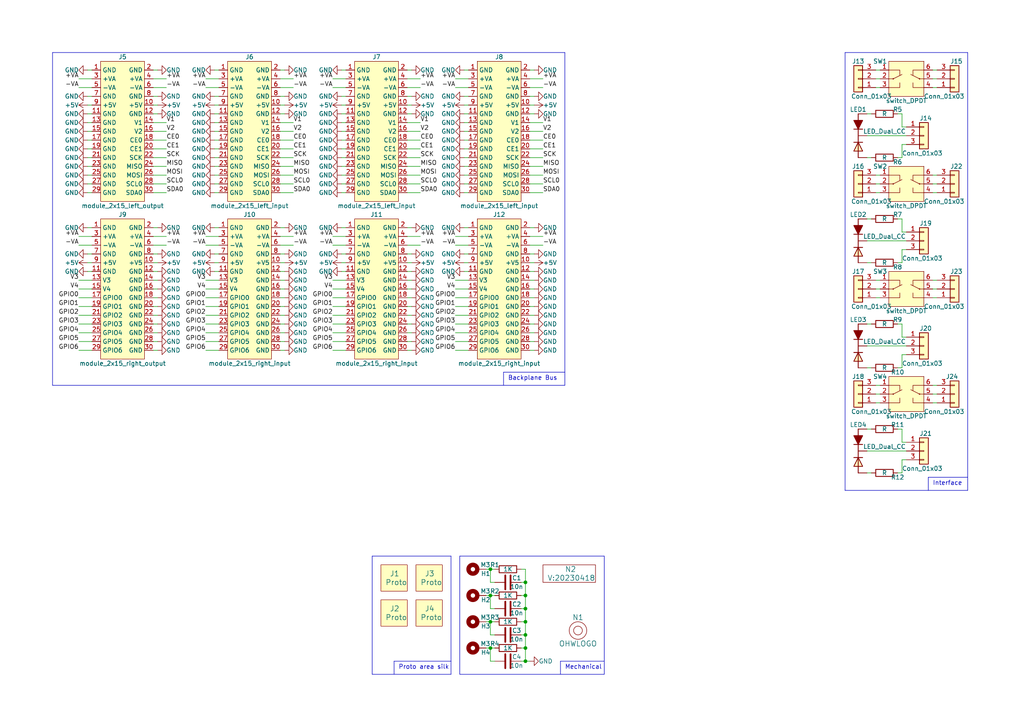
<source format=kicad_sch>
(kicad_sch (version 20230121) (generator eeschema)
  (paper "A4")
  (junction (at 152.4 172.72))
  (junction (at 142.24 165.1))
  (junction (at 152.4 187.96))
  (junction (at 142.24 187.96))
  (junction (at 142.24 180.34))
  (junction (at 152.4 180.34))
  (junction (at 152.4 168.91))
  (junction (at 152.4 191.77))
  (junction (at 152.4 184.15))
  (junction (at 152.4 176.53))
  (junction (at 142.24 172.72))
  (wire (pts (xy 153.67 25.4) (xy 157.48 25.4)))
  (wire (pts (xy 44.45 35.56) (xy 48.26 35.56)))
  (wire (pts (xy 45.72 93.98) (xy 44.45 93.98)))
  (wire (pts (xy 134.62 27.94) (xy 135.89 27.94)))
  (wire (pts (xy 81.28 25.4) (xy 85.09 25.4)))
  (wire (pts (xy 152.4 191.77) (xy 153.67 191.77)))
  (wire (pts (xy 59.69 83.82) (xy 63.5 83.82)))
  (wire (pts (xy 152.4 172.72) (xy 152.4 176.53)))
  (wire (pts (xy 118.11 35.56) (xy 121.92 35.56)))
  (wire (pts (xy 261.62 67.31) (xy 261.62 63.5)))
  (wire (pts (xy 25.4 66.04) (xy 26.67 66.04)))
  (wire (pts (xy 96.52 71.12) (xy 100.33 71.12)))
  (polyline (pts (xy 163.83 107.95) (xy 146.05 107.95)))
  (wire (pts (xy 261.62 137.16) (xy 261.62 133.35)))
  (wire (pts (xy 254 86.36) (xy 255.27 86.36)))
  (wire (pts (xy 44.45 33.02) (xy 45.72 33.02)))
  (wire (pts (xy 251.46 93.98) (xy 252.73 93.98)))
  (wire (pts (xy 62.23 45.72) (xy 63.5 45.72)))
  (wire (pts (xy 118.11 53.34) (xy 121.92 53.34)))
  (wire (pts (xy 59.69 101.6) (xy 63.5 101.6)))
  (wire (pts (xy 134.62 45.72) (xy 135.89 45.72)))
  (wire (pts (xy 96.52 81.28) (xy 100.33 81.28)))
  (wire (pts (xy 62.23 38.1) (xy 63.5 38.1)))
  (wire (pts (xy 25.4 78.74) (xy 26.67 78.74)))
  (wire (pts (xy 22.86 101.6) (xy 26.67 101.6)))
  (polyline (pts (xy 269.24 138.43) (xy 269.24 142.24)))
  (wire (pts (xy 134.62 38.1) (xy 135.89 38.1)))
  (wire (pts (xy 254 22.86) (xy 255.27 22.86)))
  (polyline (pts (xy 162.56 195.58) (xy 162.56 191.77)))
  (wire (pts (xy 81.28 38.1) (xy 85.09 38.1)))
  (wire (pts (xy 62.23 48.26) (xy 63.5 48.26)))
  (wire (pts (xy 25.4 27.94) (xy 26.67 27.94)))
  (wire (pts (xy 118.11 38.1) (xy 121.92 38.1)))
  (wire (pts (xy 25.4 50.8) (xy 26.67 50.8)))
  (polyline (pts (xy 114.3 191.77) (xy 114.3 195.58)))
  (wire (pts (xy 134.62 35.56) (xy 135.89 35.56)))
  (wire (pts (xy 260.35 45.72) (xy 261.62 45.72)))
  (wire (pts (xy 142.24 180.34) (xy 143.51 180.34)))
  (wire (pts (xy 270.51 53.34) (xy 271.78 53.34)))
  (wire (pts (xy 25.4 38.1) (xy 26.67 38.1)))
  (wire (pts (xy 151.13 184.15) (xy 152.4 184.15)))
  (wire (pts (xy 134.62 48.26) (xy 135.89 48.26)))
  (wire (pts (xy 153.67 76.2) (xy 154.94 76.2)))
  (wire (pts (xy 96.52 86.36) (xy 100.33 86.36)))
  (wire (pts (xy 99.06 40.64) (xy 100.33 40.64)))
  (wire (pts (xy 44.45 78.74) (xy 45.72 78.74)))
  (polyline (pts (xy 245.11 142.24) (xy 280.67 142.24)))
  (wire (pts (xy 118.11 27.94) (xy 119.38 27.94)))
  (wire (pts (xy 44.45 27.94) (xy 45.72 27.94)))
  (wire (pts (xy 44.45 53.34) (xy 48.26 53.34)))
  (wire (pts (xy 119.38 101.6) (xy 118.11 101.6)))
  (wire (pts (xy 44.45 55.88) (xy 48.26 55.88)))
  (wire (pts (xy 132.08 101.6) (xy 135.89 101.6)))
  (wire (pts (xy 270.51 22.86) (xy 271.78 22.86)))
  (wire (pts (xy 143.51 168.91) (xy 142.24 168.91)))
  (wire (pts (xy 132.08 68.58) (xy 135.89 68.58)))
  (wire (pts (xy 22.86 22.86) (xy 26.67 22.86)))
  (wire (pts (xy 261.62 128.27) (xy 261.62 124.46)))
  (wire (pts (xy 119.38 88.9) (xy 118.11 88.9)))
  (wire (pts (xy 261.62 76.2) (xy 261.62 72.39)))
  (wire (pts (xy 62.23 35.56) (xy 63.5 35.56)))
  (wire (pts (xy 254 81.28) (xy 255.27 81.28)))
  (wire (pts (xy 81.28 22.86) (xy 85.09 22.86)))
  (wire (pts (xy 62.23 33.02) (xy 63.5 33.02)))
  (wire (pts (xy 25.4 30.48) (xy 26.67 30.48)))
  (wire (pts (xy 118.11 55.88) (xy 121.92 55.88)))
  (wire (pts (xy 44.45 30.48) (xy 45.72 30.48)))
  (wire (pts (xy 134.62 50.8) (xy 135.89 50.8)))
  (wire (pts (xy 251.46 63.5) (xy 252.73 63.5)))
  (wire (pts (xy 81.28 83.82) (xy 82.55 83.82)))
  (wire (pts (xy 118.11 43.18) (xy 121.92 43.18)))
  (wire (pts (xy 134.62 43.18) (xy 135.89 43.18)))
  (wire (pts (xy 134.62 33.02) (xy 135.89 33.02)))
  (wire (pts (xy 59.69 81.28) (xy 63.5 81.28)))
  (wire (pts (xy 62.23 73.66) (xy 63.5 73.66)))
  (wire (pts (xy 45.72 88.9) (xy 44.45 88.9)))
  (polyline (pts (xy 175.26 195.58) (xy 175.26 161.29)))
  (wire (pts (xy 260.35 76.2) (xy 261.62 76.2)))
  (wire (pts (xy 45.72 99.06) (xy 44.45 99.06)))
  (wire (pts (xy 153.67 53.34) (xy 157.48 53.34)))
  (wire (pts (xy 81.28 43.18) (xy 85.09 43.18)))
  (wire (pts (xy 62.23 78.74) (xy 63.5 78.74)))
  (wire (pts (xy 261.62 72.39) (xy 262.89 72.39)))
  (wire (pts (xy 152.4 176.53) (xy 152.4 180.34)))
  (wire (pts (xy 132.08 22.86) (xy 135.89 22.86)))
  (wire (pts (xy 118.11 40.64) (xy 121.92 40.64)))
  (wire (pts (xy 59.69 88.9) (xy 63.5 88.9)))
  (wire (pts (xy 142.24 191.77) (xy 142.24 187.96)))
  (wire (pts (xy 99.06 66.04) (xy 100.33 66.04)))
  (wire (pts (xy 132.08 81.28) (xy 135.89 81.28)))
  (wire (pts (xy 119.38 96.52) (xy 118.11 96.52)))
  (wire (pts (xy 270.51 111.76) (xy 271.78 111.76)))
  (wire (pts (xy 261.62 124.46) (xy 260.35 124.46)))
  (wire (pts (xy 270.51 81.28) (xy 271.78 81.28)))
  (wire (pts (xy 99.06 38.1) (xy 100.33 38.1)))
  (wire (pts (xy 142.24 165.1) (xy 143.51 165.1)))
  (wire (pts (xy 143.51 176.53) (xy 142.24 176.53)))
  (wire (pts (xy 134.62 30.48) (xy 135.89 30.48)))
  (wire (pts (xy 261.62 45.72) (xy 261.62 41.91)))
  (wire (pts (xy 45.72 96.52) (xy 44.45 96.52)))
  (wire (pts (xy 22.86 25.4) (xy 26.67 25.4)))
  (wire (pts (xy 99.06 45.72) (xy 100.33 45.72)))
  (wire (pts (xy 25.4 53.34) (xy 26.67 53.34)))
  (wire (pts (xy 132.08 91.44) (xy 135.89 91.44)))
  (wire (pts (xy 81.28 30.48) (xy 82.55 30.48)))
  (polyline (pts (xy 280.67 138.43) (xy 269.24 138.43)))
  (wire (pts (xy 22.86 71.12) (xy 26.67 71.12)))
  (wire (pts (xy 59.69 93.98) (xy 63.5 93.98)))
  (wire (pts (xy 154.94 88.9) (xy 153.67 88.9)))
  (wire (pts (xy 81.28 48.26) (xy 85.09 48.26)))
  (wire (pts (xy 261.62 133.35) (xy 262.89 133.35)))
  (wire (pts (xy 270.51 55.88) (xy 271.78 55.88)))
  (wire (pts (xy 132.08 71.12) (xy 135.89 71.12)))
  (wire (pts (xy 251.46 130.81) (xy 262.89 130.81)))
  (wire (pts (xy 134.62 53.34) (xy 135.89 53.34)))
  (wire (pts (xy 154.94 91.44) (xy 153.67 91.44)))
  (wire (pts (xy 81.28 81.28) (xy 82.55 81.28)))
  (wire (pts (xy 142.24 184.15) (xy 143.51 184.15)))
  (wire (pts (xy 153.67 43.18) (xy 157.48 43.18)))
  (wire (pts (xy 81.28 53.34) (xy 85.09 53.34)))
  (wire (pts (xy 59.69 25.4) (xy 63.5 25.4)))
  (wire (pts (xy 81.28 20.32) (xy 82.55 20.32)))
  (wire (pts (xy 44.45 25.4) (xy 48.26 25.4)))
  (polyline (pts (xy 280.67 15.24) (xy 245.11 15.24)))
  (wire (pts (xy 99.06 76.2) (xy 100.33 76.2)))
  (wire (pts (xy 270.51 50.8) (xy 271.78 50.8)))
  (wire (pts (xy 25.4 35.56) (xy 26.67 35.56)))
  (wire (pts (xy 25.4 20.32) (xy 26.67 20.32)))
  (wire (pts (xy 254 53.34) (xy 255.27 53.34)))
  (wire (pts (xy 262.89 128.27) (xy 261.62 128.27)))
  (wire (pts (xy 134.62 78.74) (xy 135.89 78.74)))
  (wire (pts (xy 96.52 101.6) (xy 100.33 101.6)))
  (wire (pts (xy 82.55 96.52) (xy 81.28 96.52)))
  (wire (pts (xy 251.46 100.33) (xy 262.89 100.33)))
  (wire (pts (xy 44.45 40.64) (xy 48.26 40.64)))
  (wire (pts (xy 254 50.8) (xy 255.27 50.8)))
  (wire (pts (xy 153.67 55.88) (xy 157.48 55.88)))
  (wire (pts (xy 118.11 50.8) (xy 121.92 50.8)))
  (wire (pts (xy 99.06 20.32) (xy 100.33 20.32)))
  (wire (pts (xy 261.62 106.68) (xy 261.62 102.87)))
  (wire (pts (xy 59.69 99.06) (xy 63.5 99.06)))
  (wire (pts (xy 44.45 22.86) (xy 48.26 22.86)))
  (wire (pts (xy 153.67 22.86) (xy 157.48 22.86)))
  (wire (pts (xy 81.28 68.58) (xy 85.09 68.58)))
  (wire (pts (xy 142.24 172.72) (xy 142.24 176.53)))
  (wire (pts (xy 81.28 27.94) (xy 82.55 27.94)))
  (wire (pts (xy 22.86 93.98) (xy 26.67 93.98)))
  (polyline (pts (xy 130.81 195.58) (xy 107.95 195.58)))
  (wire (pts (xy 153.67 68.58) (xy 157.48 68.58)))
  (wire (pts (xy 99.06 78.74) (xy 100.33 78.74)))
  (wire (pts (xy 59.69 71.12) (xy 63.5 71.12)))
  (wire (pts (xy 151.13 187.96) (xy 152.4 187.96)))
  (wire (pts (xy 44.45 68.58) (xy 48.26 68.58)))
  (wire (pts (xy 62.23 30.48) (xy 63.5 30.48)))
  (wire (pts (xy 152.4 187.96) (xy 152.4 191.77)))
  (wire (pts (xy 25.4 55.88) (xy 26.67 55.88)))
  (wire (pts (xy 82.55 91.44) (xy 81.28 91.44)))
  (wire (pts (xy 270.51 114.3) (xy 271.78 114.3)))
  (wire (pts (xy 134.62 55.88) (xy 135.89 55.88)))
  (wire (pts (xy 134.62 40.64) (xy 135.89 40.64)))
  (wire (pts (xy 44.45 20.32) (xy 45.72 20.32)))
  (wire (pts (xy 262.89 97.79) (xy 261.62 97.79)))
  (wire (pts (xy 261.62 93.98) (xy 260.35 93.98)))
  (wire (pts (xy 251.46 33.02) (xy 252.73 33.02)))
  (wire (pts (xy 132.08 96.52) (xy 135.89 96.52)))
  (wire (pts (xy 254 25.4) (xy 255.27 25.4)))
  (wire (pts (xy 152.4 168.91) (xy 152.4 165.1)))
  (wire (pts (xy 142.24 172.72) (xy 143.51 172.72)))
  (wire (pts (xy 44.45 71.12) (xy 48.26 71.12)))
  (wire (pts (xy 153.67 27.94) (xy 154.94 27.94)))
  (wire (pts (xy 118.11 45.72) (xy 121.92 45.72)))
  (wire (pts (xy 119.38 86.36) (xy 118.11 86.36)))
  (wire (pts (xy 44.45 66.04) (xy 45.72 66.04)))
  (wire (pts (xy 45.72 91.44) (xy 44.45 91.44)))
  (wire (pts (xy 261.62 33.02) (xy 260.35 33.02)))
  (wire (pts (xy 44.45 73.66) (xy 45.72 73.66)))
  (wire (pts (xy 81.28 73.66) (xy 82.55 73.66)))
  (wire (pts (xy 99.06 53.34) (xy 100.33 53.34)))
  (wire (pts (xy 96.52 99.06) (xy 100.33 99.06)))
  (wire (pts (xy 262.89 36.83) (xy 261.62 36.83)))
  (wire (pts (xy 142.24 187.96) (xy 143.51 187.96)))
  (wire (pts (xy 154.94 86.36) (xy 153.67 86.36)))
  (wire (pts (xy 44.45 76.2) (xy 45.72 76.2)))
  (wire (pts (xy 261.62 102.87) (xy 262.89 102.87)))
  (wire (pts (xy 96.52 96.52) (xy 100.33 96.52)))
  (polyline (pts (xy 162.56 191.77) (xy 175.26 191.77)))
  (wire (pts (xy 153.67 81.28) (xy 154.94 81.28)))
  (wire (pts (xy 153.67 33.02) (xy 154.94 33.02)))
  (wire (pts (xy 22.86 86.36) (xy 26.67 86.36)))
  (wire (pts (xy 81.28 55.88) (xy 85.09 55.88)))
  (wire (pts (xy 251.46 76.2) (xy 252.73 76.2)))
  (wire (pts (xy 22.86 99.06) (xy 26.67 99.06)))
  (wire (pts (xy 82.55 99.06) (xy 81.28 99.06)))
  (wire (pts (xy 154.94 96.52) (xy 153.67 96.52)))
  (wire (pts (xy 270.51 83.82) (xy 271.78 83.82)))
  (wire (pts (xy 118.11 30.48) (xy 119.38 30.48)))
  (wire (pts (xy 270.51 20.32) (xy 271.78 20.32)))
  (wire (pts (xy 251.46 39.37) (xy 262.89 39.37)))
  (wire (pts (xy 261.62 63.5) (xy 260.35 63.5)))
  (wire (pts (xy 118.11 33.02) (xy 119.38 33.02)))
  (wire (pts (xy 62.23 76.2) (xy 63.5 76.2)))
  (wire (pts (xy 270.51 25.4) (xy 271.78 25.4)))
  (wire (pts (xy 151.13 172.72) (xy 152.4 172.72)))
  (wire (pts (xy 118.11 25.4) (xy 121.92 25.4)))
  (wire (pts (xy 82.55 88.9) (xy 81.28 88.9)))
  (wire (pts (xy 99.06 73.66) (xy 100.33 73.66)))
  (wire (pts (xy 99.06 27.94) (xy 100.33 27.94)))
  (wire (pts (xy 153.67 30.48) (xy 154.94 30.48)))
  (wire (pts (xy 132.08 83.82) (xy 135.89 83.82)))
  (wire (pts (xy 134.62 76.2) (xy 135.89 76.2)))
  (wire (pts (xy 142.24 168.91) (xy 142.24 165.1)))
  (wire (pts (xy 152.4 184.15) (xy 152.4 187.96)))
  (wire (pts (xy 118.11 81.28) (xy 119.38 81.28)))
  (wire (pts (xy 260.35 137.16) (xy 261.62 137.16)))
  (wire (pts (xy 251.46 45.72) (xy 252.73 45.72)))
  (polyline (pts (xy 15.24 15.24) (xy 15.24 111.76)))
  (wire (pts (xy 99.06 48.26) (xy 100.33 48.26)))
  (wire (pts (xy 96.52 22.86) (xy 100.33 22.86)))
  (wire (pts (xy 254 114.3) (xy 255.27 114.3)))
  (wire (pts (xy 81.28 35.56) (xy 85.09 35.56)))
  (polyline (pts (xy 133.35 161.29) (xy 133.35 195.58)))
  (wire (pts (xy 154.94 99.06) (xy 153.67 99.06)))
  (wire (pts (xy 62.23 40.64) (xy 63.5 40.64)))
  (wire (pts (xy 118.11 78.74) (xy 119.38 78.74)))
  (wire (pts (xy 81.28 33.02) (xy 82.55 33.02)))
  (wire (pts (xy 251.46 137.16) (xy 252.73 137.16)))
  (wire (pts (xy 99.06 43.18) (xy 100.33 43.18)))
  (wire (pts (xy 142.24 180.34) (xy 142.24 184.15)))
  (wire (pts (xy 81.28 78.74) (xy 82.55 78.74)))
  (wire (pts (xy 140.97 187.96) (xy 142.24 187.96)))
  (wire (pts (xy 118.11 83.82) (xy 119.38 83.82)))
  (wire (pts (xy 132.08 88.9) (xy 135.89 88.9)))
  (wire (pts (xy 251.46 124.46) (xy 252.73 124.46)))
  (wire (pts (xy 152.4 191.77) (xy 151.13 191.77)))
  (wire (pts (xy 262.89 67.31) (xy 261.62 67.31)))
  (wire (pts (xy 22.86 91.44) (xy 26.67 91.44)))
  (wire (pts (xy 59.69 68.58) (xy 63.5 68.58)))
  (wire (pts (xy 118.11 20.32) (xy 119.38 20.32)))
  (wire (pts (xy 99.06 55.88) (xy 100.33 55.88)))
  (wire (pts (xy 132.08 93.98) (xy 135.89 93.98)))
  (wire (pts (xy 118.11 66.04) (xy 119.38 66.04)))
  (wire (pts (xy 99.06 35.56) (xy 100.33 35.56)))
  (wire (pts (xy 151.13 176.53) (xy 152.4 176.53)))
  (wire (pts (xy 118.11 76.2) (xy 119.38 76.2)))
  (wire (pts (xy 25.4 76.2) (xy 26.67 76.2)))
  (wire (pts (xy 25.4 33.02) (xy 26.67 33.02)))
  (wire (pts (xy 82.55 86.36) (xy 81.28 86.36)))
  (polyline (pts (xy 163.83 15.24) (xy 163.83 111.76)))
  (wire (pts (xy 62.23 20.32) (xy 63.5 20.32)))
  (wire (pts (xy 44.45 38.1) (xy 48.26 38.1)))
  (wire (pts (xy 62.23 50.8) (xy 63.5 50.8)))
  (wire (pts (xy 22.86 81.28) (xy 26.67 81.28)))
  (wire (pts (xy 119.38 99.06) (xy 118.11 99.06)))
  (wire (pts (xy 25.4 73.66) (xy 26.67 73.66)))
  (wire (pts (xy 143.51 191.77) (xy 142.24 191.77)))
  (wire (pts (xy 132.08 86.36) (xy 135.89 86.36)))
  (wire (pts (xy 270.51 86.36) (xy 271.78 86.36)))
  (wire (pts (xy 44.45 83.82) (xy 45.72 83.82)))
  (wire (pts (xy 251.46 69.85) (xy 262.89 69.85)))
  (wire (pts (xy 134.62 66.04) (xy 135.89 66.04)))
  (polyline (pts (xy 15.24 15.24) (xy 163.83 15.24)))
  (wire (pts (xy 140.97 165.1) (xy 142.24 165.1)))
  (polyline (pts (xy 130.81 191.77) (xy 114.3 191.77)))
  (wire (pts (xy 62.23 27.94) (xy 63.5 27.94)))
  (wire (pts (xy 45.72 101.6) (xy 44.45 101.6)))
  (wire (pts (xy 153.67 20.32) (xy 154.94 20.32)))
  (wire (pts (xy 22.86 88.9) (xy 26.67 88.9)))
  (wire (pts (xy 96.52 93.98) (xy 100.33 93.98)))
  (wire (pts (xy 22.86 68.58) (xy 26.67 68.58)))
  (wire (pts (xy 99.06 30.48) (xy 100.33 30.48)))
  (wire (pts (xy 81.28 71.12) (xy 85.09 71.12)))
  (polyline (pts (xy 245.11 15.24) (xy 245.11 142.24)))
  (polyline (pts (xy 107.95 195.58) (xy 107.95 161.29)))
  (polyline (pts (xy 175.26 161.29) (xy 133.35 161.29)))
  (wire (pts (xy 134.62 20.32) (xy 135.89 20.32)))
  (wire (pts (xy 154.94 93.98) (xy 153.67 93.98)))
  (wire (pts (xy 152.4 168.91) (xy 152.4 172.72)))
  (wire (pts (xy 59.69 22.86) (xy 63.5 22.86)))
  (wire (pts (xy 153.67 78.74) (xy 154.94 78.74)))
  (wire (pts (xy 140.97 172.72) (xy 142.24 172.72)))
  (polyline (pts (xy 107.95 161.29) (xy 130.81 161.29)))
  (wire (pts (xy 96.52 83.82) (xy 100.33 83.82)))
  (wire (pts (xy 254 20.32) (xy 255.27 20.32)))
  (wire (pts (xy 261.62 41.91) (xy 262.89 41.91)))
  (wire (pts (xy 254 83.82) (xy 255.27 83.82)))
  (wire (pts (xy 254 55.88) (xy 255.27 55.88)))
  (wire (pts (xy 44.45 48.26) (xy 48.26 48.26)))
  (wire (pts (xy 270.51 116.84) (xy 271.78 116.84)))
  (wire (pts (xy 25.4 45.72) (xy 26.67 45.72)))
  (wire (pts (xy 96.52 68.58) (xy 100.33 68.58)))
  (wire (pts (xy 260.35 106.68) (xy 261.62 106.68)))
  (wire (pts (xy 81.28 40.64) (xy 85.09 40.64)))
  (wire (pts (xy 25.4 48.26) (xy 26.67 48.26)))
  (wire (pts (xy 118.11 71.12) (xy 121.92 71.12)))
  (wire (pts (xy 25.4 43.18) (xy 26.67 43.18)))
  (wire (pts (xy 22.86 96.52) (xy 26.67 96.52)))
  (wire (pts (xy 134.62 73.66) (xy 135.89 73.66)))
  (wire (pts (xy 96.52 25.4) (xy 100.33 25.4)))
  (wire (pts (xy 25.4 40.64) (xy 26.67 40.64)))
  (wire (pts (xy 62.23 43.18) (xy 63.5 43.18)))
  (wire (pts (xy 82.55 101.6) (xy 81.28 101.6)))
  (polyline (pts (xy 146.05 107.95) (xy 146.05 111.76)))
  (wire (pts (xy 81.28 50.8) (xy 85.09 50.8)))
  (wire (pts (xy 62.23 66.04) (xy 63.5 66.04)))
  (wire (pts (xy 251.46 106.68) (xy 252.73 106.68)))
  (wire (pts (xy 59.69 96.52) (xy 63.5 96.52)))
  (wire (pts (xy 44.45 43.18) (xy 48.26 43.18)))
  (wire (pts (xy 81.28 76.2) (xy 82.55 76.2)))
  (wire (pts (xy 153.67 50.8) (xy 157.48 50.8)))
  (wire (pts (xy 254 116.84) (xy 255.27 116.84)))
  (wire (pts (xy 153.67 38.1) (xy 157.48 38.1)))
  (wire (pts (xy 44.45 45.72) (xy 48.26 45.72)))
  (wire (pts (xy 153.67 73.66) (xy 154.94 73.66)))
  (wire (pts (xy 118.11 48.26) (xy 121.92 48.26)))
  (wire (pts (xy 153.67 83.82) (xy 154.94 83.82)))
  (polyline (pts (xy 133.35 195.58) (xy 175.26 195.58)))
  (wire (pts (xy 118.11 22.86) (xy 121.92 22.86)))
  (wire (pts (xy 152.4 180.34) (xy 152.4 184.15)))
  (wire (pts (xy 81.28 66.04) (xy 82.55 66.04)))
  (wire (pts (xy 82.55 93.98) (xy 81.28 93.98)))
  (wire (pts (xy 45.72 86.36) (xy 44.45 86.36)))
  (wire (pts (xy 140.97 180.34) (xy 142.24 180.34)))
  (wire (pts (xy 153.67 45.72) (xy 157.48 45.72)))
  (wire (pts (xy 151.13 180.34) (xy 152.4 180.34)))
  (wire (pts (xy 151.13 168.91) (xy 152.4 168.91)))
  (wire (pts (xy 62.23 55.88) (xy 63.5 55.88)))
  (wire (pts (xy 132.08 25.4) (xy 135.89 25.4)))
  (wire (pts (xy 261.62 36.83) (xy 261.62 33.02)))
  (wire (pts (xy 44.45 50.8) (xy 48.26 50.8)))
  (wire (pts (xy 59.69 91.44) (xy 63.5 91.44)))
  (wire (pts (xy 254 111.76) (xy 255.27 111.76)))
  (wire (pts (xy 261.62 97.79) (xy 261.62 93.98)))
  (wire (pts (xy 22.86 83.82) (xy 26.67 83.82)))
  (wire (pts (xy 153.67 66.04) (xy 154.94 66.04)))
  (wire (pts (xy 99.06 33.02) (xy 100.33 33.02)))
  (wire (pts (xy 132.08 99.06) (xy 135.89 99.06)))
  (wire (pts (xy 96.52 88.9) (xy 100.33 88.9)))
  (polyline (pts (xy 163.83 111.76) (xy 15.24 111.76)))
  (polyline (pts (xy 130.81 161.29) (xy 130.81 195.58)))
  (wire (pts (xy 81.28 45.72) (xy 85.09 45.72)))
  (wire (pts (xy 99.06 50.8) (xy 100.33 50.8)))
  (wire (pts (xy 119.38 93.98) (xy 118.11 93.98)))
  (wire (pts (xy 153.67 48.26) (xy 157.48 48.26)))
  (wire (pts (xy 62.23 53.34) (xy 63.5 53.34)))
  (wire (pts (xy 153.67 40.64) (xy 157.48 40.64)))
  (wire (pts (xy 118.11 68.58) (xy 121.92 68.58)))
  (wire (pts (xy 153.67 35.56) (xy 157.48 35.56)))
  (polyline (pts (xy 280.67 142.24) (xy 280.67 15.24)))
  (wire (pts (xy 154.94 101.6) (xy 153.67 101.6)))
  (wire (pts (xy 59.69 86.36) (xy 63.5 86.36)))
  (wire (pts (xy 151.13 165.1) (xy 152.4 165.1)))
  (wire (pts (xy 44.45 81.28) (xy 45.72 81.28)))
  (wire (pts (xy 119.38 91.44) (xy 118.11 91.44)))
  (wire (pts (xy 118.11 73.66) (xy 119.38 73.66)))
  (wire (pts (xy 153.67 71.12) (xy 157.48 71.12)))
  (wire (pts (xy 96.52 91.44) (xy 100.33 91.44)))
  (text "Proto area silk" (at 115.57 194.31 0) (effects (font (size 1.27 1.27)) (justify left bottom)))
  (text "Interface" (at 270.51 140.97 0) (effects (font (size 1.27 1.27)) (justify left bottom)))
  (text "Mechanical" (at 163.83 194.31 0) (effects (font (size 1.27 1.27)) (justify left bottom)))
  (text "Backplane Bus" (at 147.32 110.49 0) (effects (font (size 1.27 1.27)) (justify left bottom)))
  (label "SCK" (at 85.09 45.72 0))
  (label "GPIO1" (at 132.08 88.9 180))
  (label "+VA" (at 96.52 22.86 180))
  (label "GPIO6" (at 22.86 101.6 180))
  (label "-VA" (at 22.86 71.12 180))
  (label "GPIO0" (at 96.52 86.36 180))
  (label "+VA" (at 59.69 22.86 180))
  (label "+VA" (at 121.92 22.86 0))
  (label "GPIO2" (at 96.52 91.44 180))
  (label "SDA0" (at 85.09 55.88 0))
  (label "+VA" (at 121.92 68.58 0))
  (label "MISO" (at 121.92 48.26 0))
  (label "MOSI" (at 157.48 50.8 0))
  (label "GPIO5" (at 132.08 99.06 180))
  (label "V4" (at 59.69 83.82 180))
  (label "CE0" (at 85.09 40.64 0))
  (label "V3" (at 132.08 81.28 180))
  (label "SDA0" (at 121.92 55.88 0))
  (label "+VA" (at 59.69 68.58 180))
  (label "V1" (at 85.09 35.56 0))
  (label "V3" (at 96.52 81.28 180))
  (label "GPIO5" (at 22.86 99.06 180))
  (label "-VA" (at 22.86 25.4 180))
  (label "-VA" (at 85.09 25.4 0))
  (label "SCK" (at 48.26 45.72 0))
  (label "V2" (at 121.92 38.1 0))
  (label "V1" (at 121.92 35.56 0))
  (label "-VA" (at 157.48 71.12 0))
  (label "GPIO1" (at 96.52 88.9 180))
  (label "V2" (at 85.09 38.1 0))
  (label "MOSI" (at 121.92 50.8 0))
  (label "GPIO2" (at 132.08 91.44 180))
  (label "V2" (at 157.48 38.1 0))
  (label "SCL0" (at 85.09 53.34 0))
  (label "-VA" (at 85.09 71.12 0))
  (label "GPIO0" (at 22.86 86.36 180))
  (label "GPIO6" (at 132.08 101.6 180))
  (label "SDA0" (at 157.48 55.88 0))
  (label "-VA" (at 132.08 25.4 180))
  (label "-VA" (at 157.48 25.4 0))
  (label "SDA0" (at 48.26 55.88 0))
  (label "SCL0" (at 157.48 53.34 0))
  (label "GPIO3" (at 96.52 93.98 180))
  (label "GPIO1" (at 22.86 88.9 180))
  (label "V1" (at 157.48 35.56 0))
  (label "+VA" (at 132.08 68.58 180))
  (label "GPIO4" (at 22.86 96.52 180))
  (label "GPIO3" (at 132.08 93.98 180))
  (label "+VA" (at 157.48 68.58 0))
  (label "+VA" (at 48.26 68.58 0))
  (label "-VA" (at 59.69 25.4 180))
  (label "-VA" (at 132.08 71.12 180))
  (label "CE1" (at 85.09 43.18 0))
  (label "SCL0" (at 48.26 53.34 0))
  (label "+VA" (at 22.86 68.58 180))
  (label "SCL0" (at 121.92 53.34 0))
  (label "-VA" (at 48.26 71.12 0))
  (label "CE0" (at 157.48 40.64 0))
  (label "MISO" (at 48.26 48.26 0))
  (label "CE1" (at 48.26 43.18 0))
  (label "GPIO0" (at 59.69 86.36 180))
  (label "GPIO3" (at 22.86 93.98 180))
  (label "V4" (at 22.86 83.82 180))
  (label "+VA" (at 22.86 22.86 180))
  (label "MISO" (at 85.09 48.26 0))
  (label "V4" (at 96.52 83.82 180))
  (label "GPIO5" (at 59.69 99.06 180))
  (label "-VA" (at 121.92 71.12 0))
  (label "+VA" (at 48.26 22.86 0))
  (label "+VA" (at 85.09 68.58 0))
  (label "-VA" (at 121.92 25.4 0))
  (label "MOSI" (at 85.09 50.8 0))
  (label "GPIO4" (at 59.69 96.52 180))
  (label "-VA" (at 96.52 25.4 180))
  (label "GPIO2" (at 59.69 91.44 180))
  (label "V2" (at 48.26 38.1 0))
  (label "SCK" (at 121.92 45.72 0))
  (label "GPIO6" (at 59.69 101.6 180))
  (label "+VA" (at 96.52 68.58 180))
  (label "-VA" (at 96.52 71.12 180))
  (label "CE0" (at 121.92 40.64 0))
  (label "CE1" (at 157.48 43.18 0))
  (label "GPIO2" (at 22.86 91.44 180))
  (label "CE1" (at 121.92 43.18 0))
  (label "GPIO4" (at 96.52 96.52 180))
  (label "-VA" (at 48.26 25.4 0))
  (label "GPIO0" (at 132.08 86.36 180))
  (label "GPIO1" (at 59.69 88.9 180))
  (label "V3" (at 22.86 81.28 180))
  (label "GPIO5" (at 96.52 99.06 180))
  (label "CE0" (at 48.26 40.64 0))
  (label "GPIO3" (at 59.69 93.98 180))
  (label "MOSI" (at 48.26 50.8 0))
  (label "GPIO4" (at 132.08 96.52 180))
  (label "V4" (at 132.08 83.82 180))
  (label "V3" (at 59.69 81.28 180))
  (label "SCK" (at 157.48 45.72 0))
  (label "+VA" (at 157.48 22.86 0))
  (label "-VA" (at 59.69 71.12 180))
  (label "MISO" (at 157.48 48.26 0))
  (label "+VA" (at 85.09 22.86 0))
  (label "+VA" (at 132.08 22.86 180))
  (label "V1" (at 48.26 35.56 0))
  (label "GPIO6" (at 96.52 101.6 180))
  (symbol (lib_id "SquantorLabels:OHWLOGO") (at 167.64 182.88 0) (unit 1)
    (property "Reference" "N1" (at 167.64 179.07 0) (effects (font (size 1.524 1.524))))
    (property "Value" "OHWLOGO" (at 167.64 186.69 0) (effects (font (size 1.524 1.524))))
    (property "Footprint" "Symbols:OSHW-Symbol_6.7x6mm_SilkScreen" (effects hide))
  )
  (symbol (lib_id "SquantorLabels:VYYYYMMDD") (at 165.1 167.64 0) (unit 1)
    (property "Reference" "N2" (at 163.83 165.1 0) (effects (font (size 1.524 1.524)) (justify left)))
    (property "Value" "V:20230418" (at 158.75 167.64 0) (effects (font (size 1.524 1.524)) (justify left)))
    (property "Footprint" "SquantorLabels:Label_Generic" (effects hide))
  )
  (symbol (lib_id "Mechanical:MountingHole_Pad") (at 138.43 165.1 90) (unit 1)
    (property "Reference" "H1" (at 142.24 166.37 90) (effects (justify left)))
    (property "Value" "M3" (at 142.24 163.83 90) (effects (justify left)))
    (property "Footprint" "MountingHole:MountingHole_3.2mm_M3_Pad_Via" (effects hide))
  )
  (symbol (lib_id "Mechanical:MountingHole_Pad") (at 138.43 172.72 90) (unit 1)
    (property "Reference" "H2" (at 142.24 173.99 90) (effects (justify left)))
    (property "Value" "M3" (at 142.24 171.45 90) (effects (justify left)))
    (property "Footprint" "MountingHole:MountingHole_3.2mm_M3_Pad_Via" (effects hide))
  )
  (symbol (lib_id "Mechanical:MountingHole_Pad") (at 138.43 180.34 90) (unit 1)
    (property "Reference" "H3" (at 142.24 181.61 90) (effects (justify left)))
    (property "Value" "M3" (at 142.24 179.07 90) (effects (justify left)))
    (property "Footprint" "MountingHole:MountingHole_3.2mm_M3_Pad_Via" (effects hide))
  )
  (symbol (lib_id "Mechanical:MountingHole_Pad") (at 138.43 187.96 90) (unit 1)
    (property "Reference" "H4" (at 142.24 189.23 90) (effects (justify left)))
    (property "Value" "M3" (at 142.24 186.69 90) (effects (justify left)))
    (property "Footprint" "MountingHole:MountingHole_3.2mm_M3_Pad_Via" (effects hide))
  )
  (symbol (lib_id "SquantorProto:Proto") (at 124.46 177.8 0) (unit 1)
    (property "Reference" "J4" (at 123.19 176.53 0) (effects (font (size 1.524 1.524)) (justify left)))
    (property "Value" "Proto" (at 121.92 179.07 0) (effects (font (size 1.524 1.524)) (justify left)))
    (property "Footprint" "SquantorPcbOutline:4by4cm_module" (effects hide))
  )
  (symbol (lib_id "power:GND") (at 62.23 38.1 270) (unit 1)
    (property "Reference" "#PWR0135" (effects hide))
    (property "Value" "GND" (at 59.69 38.1 90) (effects (justify right)))
  )
  (symbol (lib_id "power:GND") (at 154.94 66.04 90) (unit 1)
    (property "Reference" "#PWR083" (effects hide))
    (property "Value" "GND" (at 157.48 66.04 90) (effects (justify right)))
  )
  (symbol (lib_id "power:GND") (at 25.4 38.1 270) (unit 1)
    (property "Reference" "#PWR0144" (effects hide))
    (property "Value" "GND" (at 22.86 38.1 90) (effects (justify right)))
  )
  (symbol (lib_id "SquantorDevice:LED_Dual_CC") (at 248.92 69.85 0) (mirror y) (unit 1)
    (property "Reference" "LED2" (at 248.92 62.23 0))
    (property "Value" "LED_Dual_CC" (at 256.54 68.58 0))
    (property "Footprint" "SquantorDiodes:LED_DUAL_TH245_90deg" (effects hide))
  )
  (symbol (lib_id "power:GND") (at 134.62 45.72 270) (unit 1)
    (property "Reference" "#PWR0122" (effects hide))
    (property "Value" "GND" (at 132.08 45.72 90) (effects (justify right)))
  )
  (symbol (lib_id "power:+5V") (at 154.94 30.48 270) (unit 1)
    (property "Reference" "#PWR038" (effects hide))
    (property "Value" "+5V" (at 157.48 30.48 90) (effects (justify left)))
  )
  (symbol (lib_id "power:GND") (at 134.62 78.74 270) (unit 1)
    (property "Reference" "#PWR082" (effects hide))
    (property "Value" "GND" (at 132.08 78.74 90) (effects (justify right)))
  )
  (symbol (lib_id "power:GND") (at 154.94 83.82 90) (mirror x) (unit 1)
    (property "Reference" "#PWR0139" (effects hide))
    (property "Value" "GND" (at 157.48 83.82 90) (effects (justify right)))
  )
  (symbol (lib_id "SquantorSwitches:switch_DPDT") (at 262.89 22.86 0) (unit 1)
    (property "Reference" "SW1" (at 255.27 17.78 0))
    (property "Value" "switch_DPDT" (at 262.89 29.21 0))
    (property "Footprint" "SquantorSwitches:PS-22F02" (effects hide))
  )
  (symbol (lib_id "power:+5V") (at 119.38 30.48 270) (unit 1)
    (property "Reference" "#PWR028" (effects hide))
    (property "Value" "+5V" (at 121.92 30.48 90) (effects (justify left)))
  )
  (symbol (lib_id "SquantorConnectorsNamed:module_2x15_right_output") (at 35.56 83.82 0) (unit 1)
    (property "Reference" "J9" (at 35.56 62.23 0))
    (property "Value" "module_2x15_right_output" (at 35.56 105.41 0))
    (property "Footprint" "SquantorConnectorsNamed:module_2x15_right" (effects hide))
  )
  (symbol (lib_id "power:GND") (at 25.4 66.04 270) (unit 1)
    (property "Reference" "#PWR010" (effects hide))
    (property "Value" "GND" (at 22.86 66.04 90) (effects (justify right)))
  )
  (symbol (lib_id "power:GND") (at 25.4 35.56 270) (unit 1)
    (property "Reference" "#PWR0143" (effects hide))
    (property "Value" "GND" (at 22.86 35.56 90) (effects (justify right)))
  )
  (symbol (lib_id "power:+5V") (at 62.23 76.2 90) (unit 1)
    (property "Reference" "#PWR051" (effects hide))
    (property "Value" "+5V" (at 59.69 76.2 90) (effects (justify left)))
  )
  (symbol (lib_id "Connector_Generic:Conn_01x03") (at 276.86 114.3 0) (mirror x) (unit 1)
    (property "Reference" "J24" (at 274.32 109.22 0) (effects (justify left)))
    (property "Value" "Conn_01x03" (at 267.97 119.38 0) (effects (justify left)))
    (property "Footprint" "Connector_JST:JST_PH_B3B-PH-K_1x03_P2.00mm_Vertical" (effects hide))
  )
  (symbol (lib_id "SquantorSwitches:switch_DPDT") (at 262.89 53.34 0) (unit 1)
    (property "Reference" "SW2" (at 255.27 48.26 0))
    (property "Value" "switch_DPDT" (at 262.89 59.69 0))
    (property "Footprint" "SquantorSwitches:PS-22F02" (effects hide))
  )
  (symbol (lib_id "Device:C") (at 147.32 176.53 90) (unit 1)
    (property "Reference" "C2" (at 149.86 175.26 90))
    (property "Value" "10n" (at 149.86 177.8 90))
    (property "Footprint" "SquantorRcl:C_0805+0603" (effects hide))
  )
  (symbol (lib_id "power:GND") (at 134.62 40.64 270) (unit 1)
    (property "Reference" "#PWR0123" (effects hide))
    (property "Value" "GND" (at 132.08 40.64 90) (effects (justify right)))
  )
  (symbol (lib_id "power:+5V") (at 154.94 76.2 270) (unit 1)
    (property "Reference" "#PWR085" (effects hide))
    (property "Value" "+5V" (at 157.48 76.2 90) (effects (justify left)))
  )
  (symbol (lib_id "Connector_Generic:Conn_01x03") (at 248.92 83.82 180) (unit 1)
    (property "Reference" "J17" (at 248.92 78.74 0))
    (property "Value" "Conn_01x03" (at 252.73 88.9 0))
    (property "Footprint" "Connector_JST:JST_PH_B3B-PH-K_1x03_P2.00mm_Vertical" (effects hide))
  )
  (symbol (lib_id "power:GND") (at 62.23 55.88 270) (unit 1)
    (property "Reference" "#PWR0111" (effects hide))
    (property "Value" "GND" (at 59.69 55.88 90) (effects (justify right)))
  )
  (symbol (lib_id "power:GND") (at 134.62 38.1 270) (unit 1)
    (property "Reference" "#PWR0138" (effects hide))
    (property "Value" "GND" (at 132.08 38.1 90) (effects (justify right)))
  )
  (symbol (lib_id "power:GND") (at 25.4 48.26 270) (unit 1)
    (property "Reference" "#PWR0103" (effects hide))
    (property "Value" "GND" (at 22.86 48.26 90) (effects (justify right)))
  )
  (symbol (lib_id "Device:C") (at 147.32 184.15 90) (unit 1)
    (property "Reference" "C3" (at 149.86 182.88 90))
    (property "Value" "10n" (at 149.86 185.42 90))
    (property "Footprint" "SquantorRcl:C_0805+0603" (effects hide))
  )
  (symbol (lib_id "power:GND") (at 45.72 20.32 90) (unit 1)
    (property "Reference" "#PWR06" (effects hide))
    (property "Value" "GND" (at 48.26 20.32 90) (effects (justify right)))
  )
  (symbol (lib_id "Device:R") (at 147.32 187.96 90) (unit 1)
    (property "Reference" "R4" (at 143.51 186.69 90))
    (property "Value" "1K" (at 147.32 187.96 90))
    (property "Footprint" "SquantorRcl:R_0805+0603" (effects hide))
  )
  (symbol (lib_id "power:GND") (at 99.06 48.26 270) (unit 1)
    (property "Reference" "#PWR0117" (effects hide))
    (property "Value" "GND" (at 96.52 48.26 90) (effects (justify right)))
  )
  (symbol (lib_id "power:GND") (at 82.55 99.06 90) (mirror x) (unit 1)
    (property "Reference" "#PWR062" (effects hide))
    (property "Value" "GND" (at 85.09 99.06 90) (effects (justify right)))
  )
  (symbol (lib_id "Connector_Generic:Conn_01x03") (at 267.97 39.37 0) (unit 1)
    (property "Reference" "J14" (at 266.7 34.29 0) (effects (justify left)))
    (property "Value" "Conn_01x03" (at 261.62 44.45 0) (effects (justify left)))
    (property "Footprint" "Connector_JST:JST_PH_B3B-PH-K_1x03_P2.00mm_Vertical" (effects hide))
  )
  (symbol (lib_id "Connector_Generic:Conn_01x03") (at 248.92 22.86 180) (unit 1)
    (property "Reference" "J13" (at 248.92 17.78 0))
    (property "Value" "Conn_01x03" (at 252.73 27.94 0))
    (property "Footprint" "Connector_JST:JST_PH_B3B-PH-K_1x03_P2.00mm_Vertical" (effects hide))
  )
  (symbol (lib_id "power:GND") (at 62.23 66.04 270) (unit 1)
    (property "Reference" "#PWR049" (effects hide))
    (property "Value" "GND" (at 59.69 66.04 90) (effects (justify right)))
  )
  (symbol (lib_id "power:GND") (at 134.62 73.66 270) (unit 1)
    (property "Reference" "#PWR080" (effects hide))
    (property "Value" "GND" (at 132.08 73.66 90) (effects (justify right)))
  )
  (symbol (lib_id "Device:R") (at 256.54 76.2 90) (unit 1)
    (property "Reference" "R8" (at 260.35 77.47 90))
    (property "Value" "R" (at 256.54 76.2 90))
    (property "Footprint" "SquantorRcl:R_0603_hand" (effects hide))
  )
  (symbol (lib_id "power:GND") (at 119.38 101.6 90) (mirror x) (unit 1)
    (property "Reference" "#PWR078" (effects hide))
    (property "Value" "GND" (at 121.92 101.6 90) (effects (justify right)))
  )
  (symbol (lib_id "power:GND") (at 62.23 53.34 270) (unit 1)
    (property "Reference" "#PWR0113" (effects hide))
    (property "Value" "GND" (at 59.69 53.34 90) (effects (justify right)))
  )
  (symbol (lib_id "power:GND") (at 25.4 73.66 270) (unit 1)
    (property "Reference" "#PWR015" (effects hide))
    (property "Value" "GND" (at 22.86 73.66 90) (effects (justify right)))
  )
  (symbol (lib_id "power:GND") (at 45.72 101.6 90) (mirror x) (unit 1)
    (property "Reference" "#PWR048" (effects hide))
    (property "Value" "GND" (at 48.26 101.6 90) (effects (justify right)))
  )
  (symbol (lib_id "power:GND") (at 82.55 20.32 90) (unit 1)
    (property "Reference" "#PWR016" (effects hide))
    (property "Value" "GND" (at 85.09 20.32 90) (effects (justify right)))
  )
  (symbol (lib_id "power:GND") (at 25.4 78.74 270) (unit 1)
    (property "Reference" "#PWR025" (effects hide))
    (property "Value" "GND" (at 22.86 78.74 90) (effects (justify right)))
  )
  (symbol (lib_id "power:GND") (at 82.55 27.94 90) (unit 1)
    (property "Reference" "#PWR017" (effects hide))
    (property "Value" "GND" (at 85.09 27.94 90) (effects (justify right)))
  )
  (symbol (lib_id "power:GND") (at 119.38 96.52 90) (mirror x) (unit 1)
    (property "Reference" "#PWR076" (effects hide))
    (property "Value" "GND" (at 121.92 96.52 90) (effects (justify right)))
  )
  (symbol (lib_id "power:GND") (at 119.38 88.9 90) (mirror x) (unit 1)
    (property "Reference" "#PWR073" (effects hide))
    (property "Value" "GND" (at 121.92 88.9 90) (effects (justify right)))
  )
  (symbol (lib_id "power:GND") (at 119.38 81.28 90) (mirror x) (unit 1)
    (property "Reference" "#PWR0142" (effects hide))
    (property "Value" "GND" (at 121.92 81.28 90) (effects (justify right)))
  )
  (symbol (lib_id "power:GND") (at 62.23 33.02 270) (unit 1)
    (property "Reference" "#PWR014" (effects hide))
    (property "Value" "GND" (at 59.69 33.02 90) (effects (justify right)))
  )
  (symbol (lib_id "power:+5V") (at 82.55 30.48 270) (unit 1)
    (property "Reference" "#PWR018" (effects hide))
    (property "Value" "+5V" (at 85.09 30.48 90) (effects (justify left)))
  )
  (symbol (lib_id "power:+5V") (at 99.06 30.48 90) (unit 1)
    (property "Reference" "#PWR023" (effects hide))
    (property "Value" "+5V" (at 96.52 30.48 90) (effects (justify left)))
  )
  (symbol (lib_id "Device:R") (at 256.54 137.16 90) (unit 1)
    (property "Reference" "R12" (at 260.35 138.43 90))
    (property "Value" "R" (at 256.54 137.16 90))
    (property "Footprint" "SquantorRcl:R_0603_hand" (effects hide))
  )
  (symbol (lib_id "power:GND") (at 45.72 91.44 90) (mirror x) (unit 1)
    (property "Reference" "#PWR044" (effects hide))
    (property "Value" "GND" (at 48.26 91.44 90) (effects (justify right)))
  )
  (symbol (lib_id "Device:C") (at 147.32 168.91 90) (unit 1)
    (property "Reference" "C1" (at 149.86 167.64 90))
    (property "Value" "10n" (at 149.86 170.18 90))
    (property "Footprint" "SquantorRcl:C_0805+0603" (effects hide))
  )
  (symbol (lib_id "SquantorConnectorsNamed:module_2x15_right_input") (at 144.78 81.28 0) (unit 1)
    (property "Reference" "J12" (at 144.78 62.23 0))
    (property "Value" "module_2x15_right_input" (at 144.78 105.41 0))
    (property "Footprint" "SquantorConnectorsNamed:module_2x15_right" (effects hide))
  )
  (symbol (lib_id "Device:R") (at 256.54 93.98 90) (unit 1)
    (property "Reference" "R9" (at 260.35 92.71 90))
    (property "Value" "R" (at 256.54 93.98 90))
    (property "Footprint" "SquantorRcl:R_0603_hand" (effects hide))
  )
  (symbol (lib_id "power:GND") (at 99.06 55.88 270) (unit 1)
    (property "Reference" "#PWR0118" (effects hide))
    (property "Value" "GND" (at 96.52 55.88 90) (effects (justify right)))
  )
  (symbol (lib_id "Device:R") (at 147.32 172.72 90) (unit 1)
    (property "Reference" "R2" (at 143.51 171.45 90))
    (property "Value" "1K" (at 147.32 172.72 90))
    (property "Footprint" "SquantorRcl:R_0805+0603" (effects hide))
  )
  (symbol (lib_id "Connector_Generic:Conn_01x03") (at 276.86 22.86 0) (mirror x) (unit 1)
    (property "Reference" "J15" (at 275.59 17.78 0) (effects (justify left)))
    (property "Value" "Conn_01x03" (at 267.97 27.94 0) (effects (justify left)))
    (property "Footprint" "Connector_JST:JST_PH_B3B-PH-K_1x03_P2.00mm_Vertical" (effects hide))
  )
  (symbol (lib_id "power:GND") (at 45.72 93.98 90) (mirror x) (unit 1)
    (property "Reference" "#PWR045" (effects hide))
    (property "Value" "GND" (at 48.26 93.98 90) (effects (justify right)))
  )
  (symbol (lib_id "power:GND") (at 62.23 20.32 270) (unit 1)
    (property "Reference" "#PWR011" (effects hide))
    (property "Value" "GND" (at 59.69 20.32 90) (effects (justify right)))
  )
  (symbol (lib_id "power:GND") (at 25.4 50.8 270) (unit 1)
    (property "Reference" "#PWR0106" (effects hide))
    (property "Value" "GND" (at 22.86 50.8 90) (effects (justify right)))
  )
  (symbol (lib_id "power:GND") (at 62.23 73.66 270) (unit 1)
    (property "Reference" "#PWR050" (effects hide))
    (property "Value" "GND" (at 59.69 73.66 90) (effects (justify right)))
  )
  (symbol (lib_id "power:GND") (at 45.72 99.06 90) (mirror x) (unit 1)
    (property "Reference" "#PWR047" (effects hide))
    (property "Value" "GND" (at 48.26 99.06 90) (effects (justify right)))
  )
  (symbol (lib_id "power:GND") (at 45.72 73.66 90) (unit 1)
    (property "Reference" "#PWR035" (effects hide))
    (property "Value" "GND" (at 48.26 73.66 90) (effects (justify right)))
  )
  (symbol (lib_id "power:GND") (at 154.94 96.52 90) (mirror x) (unit 1)
    (property "Reference" "#PWR091" (effects hide))
    (property "Value" "GND" (at 157.48 96.52 90) (effects (justify right)))
  )
  (symbol (lib_id "power:GND") (at 154.94 73.66 90) (unit 1)
    (property "Reference" "#PWR084" (effects hide))
    (property "Value" "GND" (at 157.48 73.66 90) (effects (justify right)))
  )
  (symbol (lib_id "power:GND") (at 154.94 20.32 90) (unit 1)
    (property "Reference" "#PWR036" (effects hide))
    (property "Value" "GND" (at 157.48 20.32 90) (effects (justify right)))
  )
  (symbol (lib_id "power:GND") (at 134.62 55.88 270) (unit 1)
    (property "Reference" "#PWR0127" (effects hide))
    (property "Value" "GND" (at 132.08 55.88 90) (effects (justify right)))
  )
  (symbol (lib_id "SquantorConnectorsNamed:module_2x15_left_input") (at 109.22 38.1 0) (unit 1)
    (property "Reference" "J7" (at 109.22 16.51 0))
    (property "Value" "module_2x15_left_input" (at 109.22 59.69 0))
    (property "Footprint" "SquantorConnectorsNamed:module_2x15_left" (effects hide))
  )
  (symbol (lib_id "SquantorConnectorsNamed:module_2x15_right_input") (at 72.39 81.28 0) (unit 1)
    (property "Reference" "J10" (at 72.39 62.23 0))
    (property "Value" "module_2x15_right_input" (at 72.39 105.41 0))
    (property "Footprint" "SquantorConnectorsNamed:module_2x15_right" (effects hide))
  )
  (symbol (lib_id "SquantorDevice:LED_Dual_CC") (at 248.92 130.81 0) (mirror y) (unit 1)
    (property "Reference" "LED4" (at 248.92 123.19 0))
    (property "Value" "LED_Dual_CC" (at 256.54 129.54 0))
    (property "Footprint" "SquantorDiodes:LED_DUAL_TH245_90deg" (effects hide))
  )
  (symbol (lib_id "power:GND") (at 99.06 27.94 270) (unit 1)
    (property "Reference" "#PWR022" (effects hide))
    (property "Value" "GND" (at 96.52 27.94 90) (effects (justify right)))
  )
  (symbol (lib_id "power:GND") (at 154.94 81.28 90) (mirror x) (unit 1)
    (property "Reference" "#PWR0140" (effects hide))
    (property "Value" "GND" (at 157.48 81.28 90) (effects (justify right)))
  )
  (symbol (lib_id "power:GND") (at 82.55 78.74 90) (unit 1)
    (property "Reference" "#PWR056" (effects hide))
    (property "Value" "GND" (at 85.09 78.74 90) (effects (justify right)))
  )
  (symbol (lib_id "power:GND") (at 119.38 91.44 90) (mirror x) (unit 1)
    (property "Reference" "#PWR074" (effects hide))
    (property "Value" "GND" (at 121.92 91.44 90) (effects (justify right)))
  )
  (symbol (lib_id "power:GND") (at 154.94 86.36 90) (mirror x) (unit 1)
    (property "Reference" "#PWR087" (effects hide))
    (property "Value" "GND" (at 157.48 86.36 90) (effects (justify right)))
  )
  (symbol (lib_id "power:GND") (at 25.4 27.94 270) (unit 1)
    (property "Reference" "#PWR02" (effects hide))
    (property "Value" "GND" (at 22.86 27.94 90) (effects (justify right)))
  )
  (symbol (lib_id "SquantorSwitches:switch_DPDT") (at 262.89 83.82 0) (unit 1)
    (property "Reference" "SW3" (at 255.27 78.74 0))
    (property "Value" "switch_DPDT" (at 262.89 90.17 0))
    (property "Footprint" "SquantorSwitches:PS-22F02" (effects hide))
  )
  (symbol (lib_id "SquantorProto:Proto") (at 114.3 167.64 0) (unit 1)
    (property "Reference" "J1" (at 113.03 166.37 0) (effects (font (size 1.524 1.524)) (justify left)))
    (property "Value" "Proto" (at 111.76 168.91 0) (effects (font (size 1.524 1.524)) (justify left)))
    (property "Footprint" "SquantorPcbOutline:4by4cm_module" (effects hide))
  )
  (symbol (lib_id "Device:R") (at 256.54 124.46 90) (unit 1)
    (property "Reference" "R11" (at 260.35 123.19 90))
    (property "Value" "R" (at 256.54 124.46 90))
    (property "Footprint" "SquantorRcl:R_0603_hand" (effects hide))
  )
  (symbol (lib_id "power:GND") (at 82.55 88.9 90) (mirror x) (unit 1)
    (property "Reference" "#PWR058" (effects hide))
    (property "Value" "GND" (at 85.09 88.9 90) (effects (justify right)))
  )
  (symbol (lib_id "power:GND") (at 154.94 93.98 90) (mirror x) (unit 1)
    (property "Reference" "#PWR090" (effects hide))
    (property "Value" "GND" (at 157.48 93.98 90) (effects (justify right)))
  )
  (symbol (lib_id "power:GND") (at 119.38 99.06 90) (mirror x) (unit 1)
    (property "Reference" "#PWR077" (effects hide))
    (property "Value" "GND" (at 121.92 99.06 90) (effects (justify right)))
  )
  (symbol (lib_id "power:GND") (at 119.38 86.36 90) (mirror x) (unit 1)
    (property "Reference" "#PWR072" (effects hide))
    (property "Value" "GND" (at 121.92 86.36 90) (effects (justify right)))
  )
  (symbol (lib_id "Connector_Generic:Conn_01x03") (at 248.92 114.3 180) (unit 1)
    (property "Reference" "J18" (at 248.92 109.22 0))
    (property "Value" "Conn_01x03" (at 252.73 119.38 0))
    (property "Footprint" "Connector_JST:JST_PH_B3B-PH-K_1x03_P2.00mm_Vertical" (effects hide))
  )
  (symbol (lib_id "Connector_Generic:Conn_01x03") (at 267.97 100.33 0) (unit 1)
    (property "Reference" "J20" (at 266.7 95.25 0) (effects (justify left)))
    (property "Value" "Conn_01x03" (at 261.62 105.41 0) (effects (justify left)))
    (property "Footprint" "Connector_JST:JST_PH_B3B-PH-K_1x03_P2.00mm_Vertical" (effects hide))
  )
  (symbol (lib_id "power:GND") (at 154.94 99.06 90) (mirror x) (unit 1)
    (property "Reference" "#PWR092" (effects hide))
    (property "Value" "GND" (at 157.48 99.06 90) (effects (justify right)))
  )
  (symbol (lib_id "power:GND") (at 99.06 78.74 270) (unit 1)
    (property "Reference" "#PWR067" (effects hide))
    (property "Value" "GND" (at 96.52 78.74 90) (effects (justify right)))
  )
  (symbol (lib_id "SquantorDevice:LED_Dual_CC") (at 248.92 100.33 0) (mirror y) (unit 1)
    (property "Reference" "LED3" (at 248.92 92.71 0))
    (property "Value" "LED_Dual_CC" (at 256.54 99.06 0))
    (property "Footprint" "SquantorDiodes:LED_DUAL_TH245_90deg" (effects hide))
  )
  (symbol (lib_id "power:GND") (at 119.38 83.82 90) (mirror x) (unit 1)
    (property "Reference" "#PWR0141" (effects hide))
    (property "Value" "GND" (at 121.92 83.82 90) (effects (justify right)))
  )
  (symbol (lib_id "power:GND") (at 99.06 38.1 270) (unit 1)
    (property "Reference" "#PWR0130" (effects hide))
    (property "Value" "GND" (at 96.52 38.1 90) (effects (justify right)))
  )
  (symbol (lib_id "power:+5V") (at 45.72 76.2 270) (unit 1)
    (property "Reference" "#PWR040" (effects hide))
    (property "Value" "+5V" (at 48.26 76.2 90) (effects (justify left)))
  )
  (symbol (lib_id "power:GND") (at 82.55 73.66 90) (unit 1)
    (property "Reference" "#PWR054" (effects hide))
    (property "Value" "GND" (at 85.09 73.66 90) (effects (justify right)))
  )
  (symbol (lib_id "power:+5V") (at 119.38 76.2 270) (unit 1)
    (property "Reference" "#PWR070" (effects hide))
    (property "Value" "+5V" (at 121.92 76.2 90) (effects (justify left)))
  )
  (symbol (lib_id "power:+5V") (at 82.55 76.2 270) (unit 1)
    (property "Reference" "#PWR055" (effects hide))
    (property "Value" "+5V" (at 85.09 76.2 90) (effects (justify left)))
  )
  (symbol (lib_id "SquantorProto:Proto") (at 124.46 167.64 0) (unit 1)
    (property "Reference" "J3" (at 123.19 166.37 0) (effects (font (size 1.524 1.524)) (justify left)))
    (property "Value" "Proto" (at 121.92 168.91 0) (effects (font (size 1.524 1.524)) (justify left)))
    (property "Footprint" "SquantorPcbOutline:4by4cm_module" (effects hide))
  )
  (symbol (lib_id "power:GND") (at 45.72 96.52 90) (mirror x) (unit 1)
    (property "Reference" "#PWR046" (effects hide))
    (property "Value" "GND" (at 48.26 96.52 90) (effects (justify right)))
  )
  (symbol (lib_id "power:GND") (at 82.55 83.82 90) (mirror x) (unit 1)
    (property "Reference" "#PWR0132" (effects hide))
    (property "Value" "GND" (at 85.09 83.82 90) (effects (justify right)))
  )
  (symbol (lib_id "power:GND") (at 45.72 86.36 90) (mirror x) (unit 1)
    (property "Reference" "#PWR042" (effects hide))
    (property "Value" "GND" (at 48.26 86.36 90) (effects (justify right)))
  )
  (symbol (lib_id "power:GND") (at 134.62 27.94 270) (unit 1)
    (property "Reference" "#PWR032" (effects hide))
    (property "Value" "GND" (at 132.08 27.94 90) (effects (justify right)))
  )
  (symbol (lib_id "SquantorDevice:LED_Dual_CC") (at 248.92 39.37 0) (mirror y) (unit 1)
    (property "Reference" "LED1" (at 248.92 31.75 0))
    (property "Value" "LED_Dual_CC" (at 256.54 38.1 0))
    (property "Footprint" "SquantorDiodes:LED_DUAL_TH245_90deg" (effects hide))
  )
  (symbol (lib_id "power:GND") (at 119.38 66.04 90) (unit 1)
    (property "Reference" "#PWR068" (effects hide))
    (property "Value" "GND" (at 121.92 66.04 90) (effects (justify right)))
  )
  (symbol (lib_id "power:+5V") (at 25.4 30.48 90) (unit 1)
    (property "Reference" "#PWR03" (effects hide))
    (property "Value" "+5V" (at 22.86 30.48 90) (effects (justify left)))
  )
  (symbol (lib_id "power:GND") (at 25.4 33.02 270) (unit 1)
    (property "Reference" "#PWR04" (effects hide))
    (property "Value" "GND" (at 22.86 33.02 90) (effects (justify right)))
  )
  (symbol (lib_id "power:GND") (at 99.06 40.64 270) (unit 1)
    (property "Reference" "#PWR0114" (effects hide))
    (property "Value" "GND" (at 96.52 40.64 90) (effects (justify right)))
  )
  (symbol (lib_id "power:GND") (at 134.62 20.32 270) (unit 1)
    (property "Reference" "#PWR031" (effects hide))
    (property "Value" "GND" (at 132.08 20.32 90) (effects (justify right)))
  )
  (symbol (lib_id "Device:R") (at 256.54 33.02 90) (unit 1)
    (property "Reference" "R5" (at 260.35 31.75 90))
    (property "Value" "R" (at 256.54 33.02 90))
    (property "Footprint" "SquantorRcl:R_0603_hand" (effects hide))
  )
  (symbol (lib_id "power:GND") (at 82.55 81.28 90) (mirror x) (unit 1)
    (property "Reference" "#PWR0131" (effects hide))
    (property "Value" "GND" (at 85.09 81.28 90) (effects (justify right)))
  )
  (symbol (lib_id "power:GND") (at 82.55 91.44 90) (mirror x) (unit 1)
    (property "Reference" "#PWR059" (effects hide))
    (property "Value" "GND" (at 85.09 91.44 90) (effects (justify right)))
  )
  (symbol (lib_id "power:GND") (at 82.55 93.98 90) (mirror x) (unit 1)
    (property "Reference" "#PWR060" (effects hide))
    (property "Value" "GND" (at 85.09 93.98 90) (effects (justify right)))
  )
  (symbol (lib_id "Device:R") (at 256.54 106.68 90) (unit 1)
    (property "Reference" "R10" (at 260.35 107.95 90))
    (property "Value" "R" (at 256.54 106.68 90))
    (property "Footprint" "SquantorRcl:R_0603_hand" (effects hide))
  )
  (symbol (lib_id "power:GND") (at 82.55 33.02 90) (unit 1)
    (property "Reference" "#PWR019" (effects hide))
    (property "Value" "GND" (at 85.09 33.02 90) (effects (justify right)))
  )
  (symbol (lib_id "power:+5V") (at 62.23 30.48 90) (unit 1)
    (property "Reference" "#PWR013" (effects hide))
    (property "Value" "+5V" (at 59.69 30.48 90) (effects (justify left)))
  )
  (symbol (lib_id "power:GND") (at 154.94 88.9 90) (mirror x) (unit 1)
    (property "Reference" "#PWR088" (effects hide))
    (property "Value" "GND" (at 157.48 88.9 90) (effects (justify right)))
  )
  (symbol (lib_name "module_2x15_right_input_2") (lib_id "SquantorConnectorsNamed:module_2x15_right_input") (at 109.22 81.28 0) (unit 1)
    (property "Reference" "J11" (at 109.22 62.23 0))
    (property "Value" "module_2x15_right_input" (at 109.22 105.41 0))
    (property "Footprint" "SquantorConnectorsNamed:module_2x15_right" (effects hide))
  )
  (symbol (lib_id "power:GND") (at 99.06 45.72 270) (unit 1)
    (property "Reference" "#PWR0116" (effects hide))
    (property "Value" "GND" (at 96.52 45.72 90) (effects (justify right)))
  )
  (symbol (lib_id "Device:R") (at 256.54 45.72 90) (unit 1)
    (property "Reference" "R6" (at 260.35 46.99 90))
    (property "Value" "R" (at 256.54 45.72 90))
    (property "Footprint" "SquantorRcl:R_0603_hand" (effects hide))
  )
  (symbol (lib_id "power:GND") (at 45.72 33.02 90) (unit 1)
    (property "Reference" "#PWR09" (effects hide))
    (property "Value" "GND" (at 48.26 33.02 90) (effects (justify right)))
  )
  (symbol (lib_id "SquantorProto:Proto") (at 114.3 177.8 0) (unit 1)
    (property "Reference" "J2" (at 113.03 176.53 0) (effects (font (size 1.524 1.524)) (justify left)))
    (property "Value" "Proto" (at 111.76 179.07 0) (effects (font (size 1.524 1.524)) (justify left)))
    (property "Footprint" "SquantorPcbOutline:4by4cm_module" (effects hide))
  )
  (symbol (lib_id "power:GND") (at 119.38 27.94 90) (unit 1)
    (property "Reference" "#PWR027" (effects hide))
    (property "Value" "GND" (at 121.92 27.94 90) (effects (justify right)))
  )
  (symbol (lib_id "power:GND") (at 25.4 53.34 270) (unit 1)
    (property "Reference" "#PWR0104" (effects hide))
    (property "Value" "GND" (at 22.86 53.34 90) (effects (justify right)))
  )
  (symbol (lib_id "power:GND") (at 153.67 191.77 90) (mirror x) (unit 1)
    (property "Reference" "#PWR0128" (effects hide))
    (property "Value" "GND" (at 156.21 191.77 90) (effects (justify right)))
  )
  (symbol (lib_id "power:GND") (at 62.23 27.94 270) (unit 1)
    (property "Reference" "#PWR012" (effects hide))
    (property "Value" "GND" (at 59.69 27.94 90) (effects (justify right)))
  )
  (symbol (lib_id "Connector_Generic:Conn_01x03") (at 267.97 130.81 0) (unit 1)
    (property "Reference" "J21" (at 266.7 125.73 0) (effects (justify left)))
    (property "Value" "Conn_01x03" (at 261.62 135.89 0) (effects (justify left)))
    (property "Footprint" "Connector_JST:JST_PH_B3B-PH-K_1x03_P2.00mm_Vertical" (effects hide))
  )
  (symbol (lib_id "Connector_Generic:Conn_01x03") (at 267.97 69.85 0) (unit 1)
    (property "Reference" "J19" (at 266.7 64.77 0) (effects (justify left)))
    (property "Value" "Conn_01x03" (at 261.62 74.93 0) (effects (justify left)))
    (property "Footprint" "Connector_JST:JST_PH_B3B-PH-K_1x03_P2.00mm_Vertical" (effects hide))
  )
  (symbol (lib_id "power:GND") (at 154.94 101.6 90) (mirror x) (unit 1)
    (property "Reference" "#PWR093" (effects hide))
    (property "Value" "GND" (at 157.48 101.6 90) (effects (justify right)))
  )
  (symbol (lib_id "power:GND") (at 119.38 33.02 90) (unit 1)
    (property "Reference" "#PWR029" (effects hide))
    (property "Value" "GND" (at 121.92 33.02 90) (effects (justify right)))
  )
  (symbol (lib_id "Device:R") (at 147.32 180.34 90) (unit 1)
    (property "Reference" "R3" (at 143.51 179.07 90))
    (property "Value" "1K" (at 147.32 180.34 90))
    (property "Footprint" "SquantorRcl:R_0805+0603" (effects hide))
  )
  (symbol (lib_id "power:GND") (at 45.72 78.74 90) (unit 1)
    (property "Reference" "#PWR041" (effects hide))
    (property "Value" "GND" (at 48.26 78.74 90) (effects (justify right)))
  )
  (symbol (lib_id "power:+5V") (at 45.72 30.48 270) (unit 1)
    (property "Reference" "#PWR08" (effects hide))
    (property "Value" "+5V" (at 48.26 30.48 90) (effects (justify left)))
  )
  (symbol (lib_id "power:GND") (at 62.23 50.8 270) (unit 1)
    (property "Reference" "#PWR0112" (effects hide))
    (property "Value" "GND" (at 59.69 50.8 90) (effects (justify right)))
  )
  (symbol (lib_id "power:GND") (at 134.62 35.56 270) (unit 1)
    (property "Reference" "#PWR0137" (effects hide))
    (property "Value" "GND" (at 132.08 35.56 90) (effects (justify right)))
  )
  (symbol (lib_id "power:GND") (at 82.55 86.36 90) (mirror x) (unit 1)
    (property "Reference" "#PWR057" (effects hide))
    (property "Value" "GND" (at 85.09 86.36 90) (effects (justify right)))
  )
  (symbol (lib_id "SquantorConnectorsNamed:module_2x15_left_input") (at 144.78 38.1 0) (unit 1)
    (property "Reference" "J8" (at 144.78 16.51 0))
    (property "Value" "module_2x15_left_input" (at 144.78 59.69 0))
    (property "Footprint" "SquantorConnectorsNamed:module_2x15_left" (effects hide))
  )
  (symbol (lib_id "power:GND") (at 99.06 35.56 270) (unit 1)
    (property "Reference" "#PWR0129" (effects hide))
    (property "Value" "GND" (at 96.52 35.56 90) (effects (justify right)))
  )
  (symbol (lib_id "power:GND") (at 25.4 20.32 270) (unit 1)
    (property "Reference" "#PWR01" (effects hide))
    (property "Value" "GND" (at 22.86 20.32 90) (effects (justify right)))
  )
  (symbol (lib_id "power:GND") (at 45.72 66.04 90) (unit 1)
    (property "Reference" "#PWR030" (effects hide))
    (property "Value" "GND" (at 48.26 66.04 90) (effects (justify right)))
  )
  (symbol (lib_id "power:GND") (at 25.4 55.88 270) (unit 1)
    (property "Reference" "#PWR0105" (effects hide))
    (property "Value" "GND" (at 22.86 55.88 90) (effects (justify right)))
  )
  (symbol (lib_id "power:GND") (at 82.55 101.6 90) (mirror x) (unit 1)
    (property "Reference" "#PWR063" (effects hide))
    (property "Value" "GND" (at 85.09 101.6 90) (effects (justify right)))
  )
  (symbol (lib_id "power:GND") (at 99.06 66.04 270) (unit 1)
    (property "Reference" "#PWR064" (effects hide))
    (property "Value" "GND" (at 96.52 66.04 90) (effects (justify right)))
  )
  (symbol (lib_id "power:GND") (at 99.06 20.32 270) (unit 1)
    (property "Reference" "#PWR021" (effects hide))
    (property "Value" "GND" (at 96.52 20.32 90) (effects (justify right)))
  )
  (symbol (lib_id "power:GND") (at 25.4 45.72 270) (unit 1)
    (property "Reference" "#PWR0102" (effects hide))
    (property "Value" "GND" (at 22.86 45.72 90) (effects (justify right)))
  )
  (symbol (lib_id "power:GND") (at 45.72 83.82 90) (mirror x) (unit 1)
    (property "Reference" "#PWR0134" (effects hide))
    (property "Value" "GND" (at 48.26 83.82 90) (effects (justify right)))
  )
  (symbol (lib_id "power:GND") (at 62.23 35.56 270) (unit 1)
    (property "Reference" "#PWR0136" (effects hide))
    (property "Value" "GND" (at 59.69 35.56 90) (effects (justify right)))
  )
  (symbol (lib_id "power:GND") (at 99.06 53.34 270) (unit 1)
    (property "Reference" "#PWR0120" (effects hide))
    (property "Value" "GND" (at 96.52 53.34 90) (effects (justify right)))
  )
  (symbol (lib_id "Device:C") (at 147.32 191.77 90) (unit 1)
    (property "Reference" "C4" (at 149.86 190.5 90))
    (property "Value" "10n" (at 149.86 193.04 90))
    (property "Footprint" "SquantorRcl:C_0805+0603" (effects hide))
  )
  (symbol (lib_id "power:GND") (at 119.38 78.74 90) (unit 1)
    (property "Reference" "#PWR071" (effects hide))
    (property "Value" "GND" (at 121.92 78.74 90) (effects (justify right)))
  )
  (symbol (lib_id "power:GND") (at 99.06 43.18 270) (unit 1)
    (property "Reference" "#PWR0115" (effects hide))
    (property "Value" "GND" (at 96.52 43.18 90) (effects (justify right)))
  )
  (symbol (lib_id "power:GND") (at 134.62 43.18 270) (unit 1)
    (property "Reference" "#PWR0121" (effects hide))
    (property "Value" "GND" (at 132.08 43.18 90) (effects (justify right)))
  )
  (symbol (lib_id "power:+5V") (at 99.06 76.2 90) (unit 1)
    (property "Reference" "#PWR066" (effects hide))
    (property "Value" "+5V" (at 96.52 76.2 90) (effects (justify left)))
  )
  (symbol (lib_id "power:GND") (at 62.23 45.72 270) (unit 1)
    (property "Reference" "#PWR0110" (effects hide))
    (property "Value" "GND" (at 59.69 45.72 90) (effects (justify right)))
  )
  (symbol (lib_id "power:GND") (at 119.38 93.98 90) (mirror x) (unit 1)
    (property "Reference" "#PWR075" (effects hide))
    (property "Value" "GND" (at 121.92 93.98 90) (effects (justify right)))
  )
  (symbol (lib_id "power:GND") (at 154.94 27.94 90) (unit 1)
    (property "Reference" "#PWR037" (effects hide))
    (property "Value" "GND" (at 157.48 27.94 90) (effects (justify right)))
  )
  (symbol (lib_id "power:GND") (at 82.55 66.04 90) (unit 1)
    (property "Reference" "#PWR053" (effects hide))
    (property "Value" "GND" (at 85.09 66.04 90) (effects (justify right)))
  )
  (symbol (lib_id "power:GND") (at 45.72 81.28 90) (mirror x) (unit 1)
    (property "Reference" "#PWR0133" (effects hide))
    (property "Value" "GND" (at 48.26 81.28 90) (effects (justify right)))
  )
  (symbol (lib_id "power:GND") (at 134.62 33.02 270) (unit 1)
    (property "Reference" "#PWR034" (effects hide))
    (property "Value" "GND" (at 132.08 33.02 90) (effects (justify right)))
  )
  (symbol (lib_id "power:GND") (at 25.4 43.18 270) (unit 1)
    (property "Reference" "#PWR0101" (effects hide))
    (property "Value" "GND" (at 22.86 43.18 90) (effects (justify right)))
  )
  (symbol (lib_id "power:GND") (at 62.23 78.74 270) (unit 1)
    (property "Reference" "#PWR052" (effects hide))
    (property "Value" "GND" (at 59.69 78.74 90) (effects (justify right)))
  )
  (symbol (lib_id "Device:R") (at 256.54 63.5 90) (unit 1)
    (property "Reference" "R7" (at 260.35 62.23 90))
    (property "Value" "R" (at 256.54 63.5 90))
    (property "Footprint" "SquantorRcl:R_0603_hand" (effects hide))
  )
  (symbol (lib_id "power:GND") (at 154.94 78.74 90) (unit 1)
    (property "Reference" "#PWR086" (effects hide))
    (property "Value" "GND" (at 157.48 78.74 90) (effects (justify right)))
  )
  (symbol (lib_id "power:GND") (at 134.62 66.04 270) (unit 1)
    (property "Reference" "#PWR079" (effects hide))
    (property "Value" "GND" (at 132.08 66.04 90) (effects (justify right)))
  )
  (symbol (lib_id "SquantorConnectorsNamed:module_2x15_left_input") (at 72.39 38.1 0) (unit 1)
    (property "Reference" "J6" (at 72.39 16.51 0))
    (property "Value" "module_2x15_left_input" (at 72.39 59.69 0))
    (property "Footprint" "SquantorConnectorsNamed:module_2x15_left" (effects hide))
  )
  (symbol (lib_id "power:GND") (at 25.4 40.64 270) (unit 1)
    (property "Reference" "#PWR05" (effects hide))
    (property "Value" "GND" (at 22.86 40.64 90) (effects (justify right)))
  )
  (symbol (lib_id "power:GND") (at 119.38 20.32 90) (unit 1)
    (property "Reference" "#PWR026" (effects hide))
    (property "Value" "GND" (at 121.92 20.32 90) (effects (justify right)))
  )
  (symbol (lib_id "power:+5V") (at 134.62 30.48 90) (unit 1)
    (property "Reference" "#PWR033" (effects hide))
    (property "Value" "+5V" (at 132.08 30.48 90) (effects (justify left)))
  )
  (symbol (lib_id "power:GND") (at 99.06 73.66 270) (unit 1)
    (property "Reference" "#PWR065" (effects hide))
    (property "Value" "GND" (at 96.52 73.66 90) (effects (justify right)))
  )
  (symbol (lib_id "power:GND") (at 99.06 33.02 270) (unit 1)
    (property "Reference" "#PWR024" (effects hide))
    (property "Value" "GND" (at 96.52 33.02 90) (effects (justify right)))
  )
  (symbol (lib_id "SquantorSwitches:switch_DPDT") (at 262.89 114.3 0) (unit 1)
    (property "Reference" "SW4" (at 255.27 109.22 0))
    (property "Value" "switch_DPDT" (at 262.89 120.65 0))
    (property "Footprint" "SquantorSwitches:PS-22F02" (effects hide))
  )
  (symbol (lib_id "Device:R") (at 147.32 165.1 90) (unit 1)
    (property "Reference" "R1" (at 143.51 163.83 90))
    (property "Value" "1K" (at 147.32 165.1 90))
    (property "Footprint" "SquantorRcl:R_0805+0603" (effects hide))
  )
  (symbol (lib_id "SquantorConnectorsNamed:module_2x15_left_output") (at 35.56 38.1 0) (unit 1)
    (property "Reference" "J5" (at 35.56 16.51 0))
    (property "Value" "module_2x15_left_output" (at 35.56 59.69 0))
    (property "Footprint" "SquantorConnectorsNamed:module_2x15_left" (effects hide))
  )
  (symbol (lib_id "power:GND") (at 62.23 48.26 270) (unit 1)
    (property "Reference" "#PWR0109" (effects hide))
    (property "Value" "GND" (at 59.69 48.26 90) (effects (justify right)))
  )
  (symbol (lib_id "power:GND") (at 154.94 91.44 90) (mirror x) (unit 1)
    (property "Reference" "#PWR089" (effects hide))
    (property "Value" "GND" (at 157.48 91.44 90) (effects (justify right)))
  )
  (symbol (lib_id "power:GND") (at 134.62 53.34 270) (unit 1)
    (property "Reference" "#PWR0125" (effects hide))
    (property "Value" "GND" (at 132.08 53.34 90) (effects (justify right)))
  )
  (symbol (lib_id "Connector_Generic:Conn_01x03") (at 276.86 83.82 0) (mirror x) (unit 1)
    (property "Reference" "J23" (at 275.59 78.74 0) (effects (justify left)))
    (property "Value" "Conn_01x03" (at 267.97 88.9 0) (effects (justify left)))
    (property "Footprint" "Connector_JST:JST_PH_B3B-PH-K_1x03_P2.00mm_Vertical" (effects hide))
  )
  (symbol (lib_id "power:GND") (at 154.94 33.02 90) (unit 1)
    (property "Reference" "#PWR039" (effects hide))
    (property "Value" "GND" (at 157.48 33.02 90) (effects (justify right)))
  )
  (symbol (lib_id "power:+5V") (at 134.62 76.2 90) (unit 1)
    (property "Reference" "#PWR081" (effects hide))
    (property "Value" "+5V" (at 132.08 76.2 90) (effects (justify left)))
  )
  (symbol (lib_id "Connector_Generic:Conn_01x03") (at 276.86 53.34 0) (mirror x) (unit 1)
    (property "Reference" "J22" (at 275.59 48.26 0) (effects (justify left)))
    (property "Value" "Conn_01x03" (at 267.97 58.42 0) (effects (justify left)))
    (property "Footprint" "Connector_JST:JST_PH_B3B-PH-K_1x03_P2.00mm_Vertical" (effects hide))
  )
  (symbol (lib_id "power:GND") (at 45.72 27.94 90) (unit 1)
    (property "Reference" "#PWR07" (effects hide))
    (property "Value" "GND" (at 48.26 27.94 90) (effects (justify right)))
  )
  (symbol (lib_id "power:+5V") (at 25.4 76.2 90) (unit 1)
    (property "Reference" "#PWR020" (effects hide))
    (property "Value" "+5V" (at 22.86 76.2 90) (effects (justify left)))
  )
  (symbol (lib_id "power:GND") (at 45.72 88.9 90) (mirror x) (unit 1)
    (property "Reference" "#PWR043" (effects hide))
    (property "Value" "GND" (at 48.26 88.9 90) (effects (justify right)))
  )
  (symbol (lib_id "power:GND") (at 82.55 96.52 90) (mirror x) (unit 1)
    (property "Reference" "#PWR061" (effects hide))
    (property "Value" "GND" (at 85.09 96.52 90) (effects (justify right)))
  )
  (symbol (lib_id "Connector_Generic:Conn_01x03") (at 248.92 53.34 180) (unit 1)
    (property "Reference" "J16" (at 248.92 48.26 0))
    (property "Value" "Conn_01x03" (at 252.73 58.42 0))
    (property "Footprint" "Connector_JST:JST_PH_B3B-PH-K_1x03_P2.00mm_Vertical" (effects hide))
  )
  (symbol (lib_id "power:GND") (at 62.23 43.18 270) (unit 1)
    (property "Reference" "#PWR0107" (effects hide))
    (property "Value" "GND" (at 59.69 43.18 90) (effects (justify right)))
  )
  (symbol (lib_id "power:GND") (at 99.06 50.8 270) (unit 1)
    (property "Reference" "#PWR0119" (effects hide))
    (property "Value" "GND" (at 96.52 50.8 90) (effects (justify right)))
  )
  (symbol (lib_id "power:GND") (at 119.38 73.66 90) (unit 1)
    (property "Reference" "#PWR069" (effects hide))
    (property "Value" "GND" (at 121.92 73.66 90) (effects (justify right)))
  )
  (symbol (lib_id "power:GND") (at 134.62 48.26 270) (unit 1)
    (property "Reference" "#PWR0126" (effects hide))
    (property "Value" "GND" (at 132.08 48.26 90) (effects (justify right)))
  )
  (symbol (lib_id "power:GND") (at 134.62 50.8 270) (unit 1)
    (property "Reference" "#PWR0124" (effects hide))
    (property "Value" "GND" (at 132.08 50.8 90) (effects (justify right)))
  )
  (symbol (lib_id "power:GND") (at 62.23 40.64 270) (unit 1)
    (property "Reference" "#PWR0108" (effects hide))
    (property "Value" "GND" (at 59.69 40.64 90) (effects (justify right)))
  )
)
</source>
